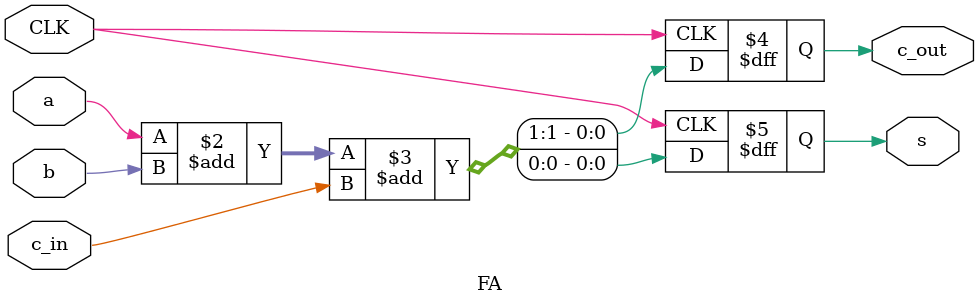
<source format=v>
`timescale 1ns / 1ps
module FA(a,b,c_in, c_out,s, CLK);
input a,b,c_in, CLK;
output reg c_out, s;

//assign  {c_out, s} = a + b + c_in;

always @(posedge CLK) begin
    //s <= a ^ b ^ c_in;
    //c_out <= (a & b) | (c_in & (a ^ b));
    {c_out , s} <= a + b + c_in;
end



endmodule

</source>
